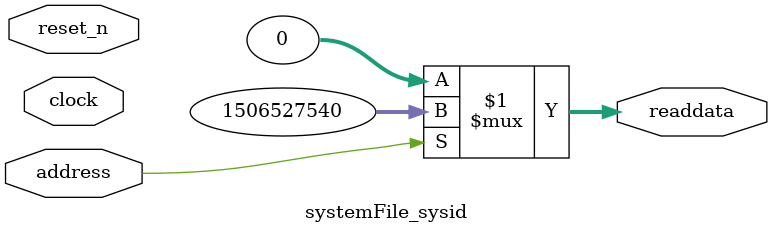
<source format=v>



// synthesis translate_off
`timescale 1ns / 1ps
// synthesis translate_on

// turn off superfluous verilog processor warnings 
// altera message_level Level1 
// altera message_off 10034 10035 10036 10037 10230 10240 10030 

module systemFile_sysid (
               // inputs:
                address,
                clock,
                reset_n,

               // outputs:
                readdata
             )
;

  output  [ 31: 0] readdata;
  input            address;
  input            clock;
  input            reset_n;

  wire    [ 31: 0] readdata;
  //control_slave, which is an e_avalon_slave
  assign readdata = address ? 1506527540 : 0;

endmodule



</source>
